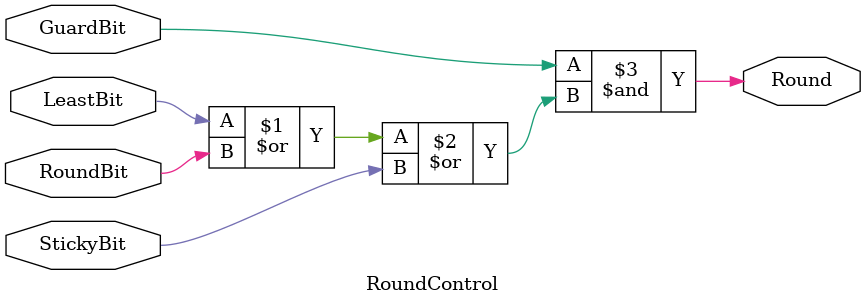
<source format=v>
`timescale 1ns / 1ps
module RoundControl( LeastBit , GuardBit , RoundBit , StickyBit , Round
    );
	 
	 input LeastBit ;// this the least bit in the mantissa
	 input GuardBit ; // hold the guard bit 
	 input RoundBit ; // hold the additional round bit
	 input StickyBit ; // hold the sticky bit : in out design hold the last discarded bit
	 
	 output Round ; // hold the round control signal 
	 
	 // round to nearest and if tie to even
	 assign Round = GuardBit & ( LeastBit | RoundBit | StickyBit ) ;

endmodule

</source>
